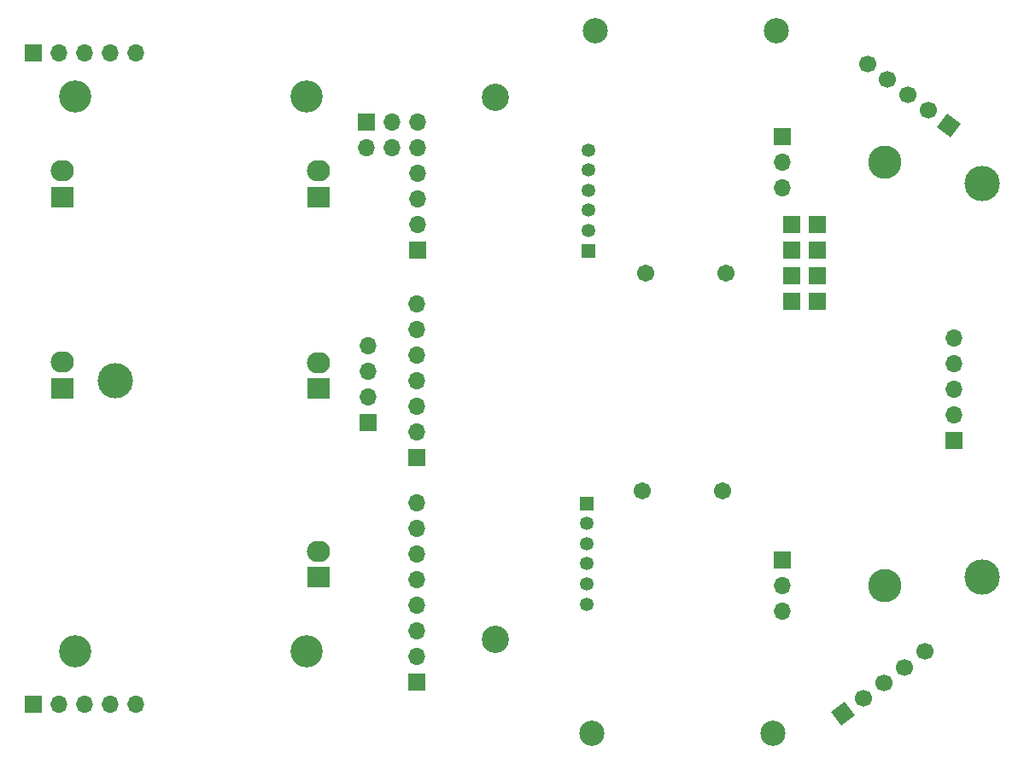
<source format=gbr>
%TF.GenerationSoftware,KiCad,Pcbnew,(6.0.7)*%
%TF.CreationDate,2022-09-18T19:12:44+05:00*%
%TF.ProjectId,minisumo_v3,6d696e69-7375-46d6-9f5f-76332e6b6963,rev?*%
%TF.SameCoordinates,Original*%
%TF.FileFunction,Soldermask,Bot*%
%TF.FilePolarity,Negative*%
%FSLAX46Y46*%
G04 Gerber Fmt 4.6, Leading zero omitted, Abs format (unit mm)*
G04 Created by KiCad (PCBNEW (6.0.7)) date 2022-09-18 19:12:44*
%MOMM*%
%LPD*%
G01*
G04 APERTURE LIST*
G04 Aperture macros list*
%AMRoundRect*
0 Rectangle with rounded corners*
0 $1 Rounding radius*
0 $2 $3 $4 $5 $6 $7 $8 $9 X,Y pos of 4 corners*
0 Add a 4 corners polygon primitive as box body*
4,1,4,$2,$3,$4,$5,$6,$7,$8,$9,$2,$3,0*
0 Add four circle primitives for the rounded corners*
1,1,$1+$1,$2,$3*
1,1,$1+$1,$4,$5*
1,1,$1+$1,$6,$7*
1,1,$1+$1,$8,$9*
0 Add four rect primitives between the rounded corners*
20,1,$1+$1,$2,$3,$4,$5,0*
20,1,$1+$1,$4,$5,$6,$7,0*
20,1,$1+$1,$6,$7,$8,$9,0*
20,1,$1+$1,$8,$9,$2,$3,0*%
%AMHorizOval*
0 Thick line with rounded ends*
0 $1 width*
0 $2 $3 position (X,Y) of the first rounded end (center of the circle)*
0 $4 $5 position (X,Y) of the second rounded end (center of the circle)*
0 Add line between two ends*
20,1,$1,$2,$3,$4,$5,0*
0 Add two circle primitives to create the rounded ends*
1,1,$1,$2,$3*
1,1,$1,$4,$5*%
%AMRotRect*
0 Rectangle, with rotation*
0 The origin of the aperture is its center*
0 $1 length*
0 $2 width*
0 $3 Rotation angle, in degrees counterclockwise*
0 Add horizontal line*
21,1,$1,$2,0,0,$3*%
G04 Aperture macros list end*
%ADD10O,3.200000X3.200000*%
%ADD11R,2.300000X2.100000*%
%ADD12O,2.300000X2.100000*%
%ADD13C,3.500000*%
%ADD14R,1.700000X1.700000*%
%ADD15O,1.700000X1.700000*%
%ADD16RotRect,1.700000X1.700000X127.000000*%
%ADD17HorizOval,1.700000X0.000000X0.000000X0.000000X0.000000X0*%
%ADD18C,3.302000*%
%ADD19RotRect,1.700000X1.700000X233.000000*%
%ADD20HorizOval,1.700000X0.000000X0.000000X0.000000X0.000000X0*%
%ADD21R,1.350000X1.350000*%
%ADD22C,1.350000*%
%ADD23C,2.500000*%
%ADD24C,1.711200*%
%ADD25C,2.703200*%
%ADD26RoundRect,0.101600X0.754000X-0.754000X0.754000X0.754000X-0.754000X0.754000X-0.754000X-0.754000X0*%
G04 APERTURE END LIST*
D10*
%TO.C,U2*%
X106038050Y-76875000D03*
X129038050Y-76875000D03*
X106038050Y-131875000D03*
X129038050Y-131875000D03*
D11*
X130147050Y-124550000D03*
X130145050Y-86830000D03*
X130175050Y-105822000D03*
D12*
X130147050Y-121958800D03*
X130145050Y-84235400D03*
X130175050Y-103230800D03*
D11*
X104797050Y-105780000D03*
X104787050Y-86840000D03*
D12*
X104787050Y-84245400D03*
X104797050Y-103185400D03*
%TD*%
D13*
%TO.C,H2*%
X196001100Y-124503600D03*
%TD*%
D14*
%TO.C,U15*%
X101880000Y-137110000D03*
D15*
X104420000Y-137110000D03*
X106960000Y-137110000D03*
X109500000Y-137110000D03*
X112040000Y-137110000D03*
%TD*%
D16*
%TO.C,U7*%
X182154100Y-138034600D03*
D17*
X184182634Y-136505990D03*
X186211168Y-134977380D03*
X188239703Y-133448770D03*
X190268237Y-131920159D03*
%TD*%
D13*
%TO.C,H3*%
X110001100Y-105003600D03*
%TD*%
D14*
%TO.C,JP2*%
X140000000Y-92100000D03*
D15*
X140000000Y-89560000D03*
X140000000Y-87020000D03*
X140000000Y-84480000D03*
X140000000Y-81940000D03*
X140000000Y-79400000D03*
%TD*%
D18*
%TO.C,U10*%
X186319000Y-125361000D03*
D14*
X176190000Y-122810000D03*
D15*
X176190000Y-127890000D03*
X176190000Y-125350000D03*
%TD*%
D19*
%TO.C,U5*%
X192695100Y-79741600D03*
D20*
X190666566Y-78212990D03*
X188638032Y-76684380D03*
X186609497Y-75155770D03*
X184580963Y-73627159D03*
%TD*%
D21*
%TO.C,J1*%
X156930000Y-92150000D03*
D22*
X156930000Y-90150000D03*
X156930000Y-88150000D03*
X156930000Y-86150000D03*
X156930000Y-84150000D03*
X156930000Y-82150000D03*
%TD*%
D23*
%TO.C,M1*%
X157241100Y-140003600D03*
X175241100Y-140003600D03*
D24*
X162241100Y-116003600D03*
X170241100Y-116003600D03*
%TD*%
D14*
%TO.C,U6*%
X193203100Y-110983600D03*
D15*
X193203100Y-108443600D03*
X193203100Y-105903600D03*
X193203100Y-103363600D03*
X193203100Y-100823600D03*
%TD*%
D14*
%TO.C,JP1*%
X139910000Y-134920000D03*
D15*
X139910000Y-132380000D03*
X139910000Y-129840000D03*
X139910000Y-127300000D03*
X139910000Y-124760000D03*
X139910000Y-122220000D03*
X139910000Y-119680000D03*
X139910000Y-117140000D03*
%TD*%
D21*
%TO.C,J2*%
X156770000Y-117200000D03*
D22*
X156770000Y-119200000D03*
X156770000Y-121200000D03*
X156770000Y-123200000D03*
X156770000Y-125200000D03*
X156770000Y-127200000D03*
%TD*%
D25*
%TO.C,U4*%
X147666100Y-76908100D03*
X147666100Y-130708100D03*
%TD*%
D23*
%TO.C,M2*%
X157601100Y-70343600D03*
X175601100Y-70343600D03*
D24*
X170601100Y-94343600D03*
X162601100Y-94343600D03*
%TD*%
D13*
%TO.C,H1*%
X196001100Y-85503600D03*
%TD*%
D14*
%TO.C,J3*%
X135100000Y-109200000D03*
D15*
X135100000Y-106660000D03*
X135100000Y-104120000D03*
X135100000Y-101580000D03*
%TD*%
D26*
%TO.C,U13*%
X177074100Y-97140600D03*
X177074100Y-94600600D03*
X179614100Y-97140600D03*
X177074100Y-92060600D03*
X177074100Y-89520600D03*
X179614100Y-89520600D03*
X179614100Y-92060600D03*
X179614100Y-94600600D03*
%TD*%
D14*
%TO.C,U16*%
X101870000Y-72570000D03*
D15*
X104410000Y-72570000D03*
X106950000Y-72570000D03*
X109490000Y-72570000D03*
X112030000Y-72570000D03*
%TD*%
D18*
%TO.C,U9*%
X186319000Y-83361000D03*
D14*
X176190000Y-80810000D03*
D15*
X176190000Y-85890000D03*
X176190000Y-83350000D03*
%TD*%
D14*
%TO.C,U14*%
X139900000Y-112650000D03*
D15*
X139900000Y-110110000D03*
X139900000Y-107570000D03*
X139900000Y-105030000D03*
X139900000Y-102490000D03*
X139900000Y-99950000D03*
X139900000Y-97410000D03*
%TD*%
D14*
%TO.C,U11*%
X134910000Y-79405000D03*
D15*
X137450000Y-79405000D03*
X134910000Y-81945000D03*
X137450000Y-81945000D03*
%TD*%
M02*

</source>
